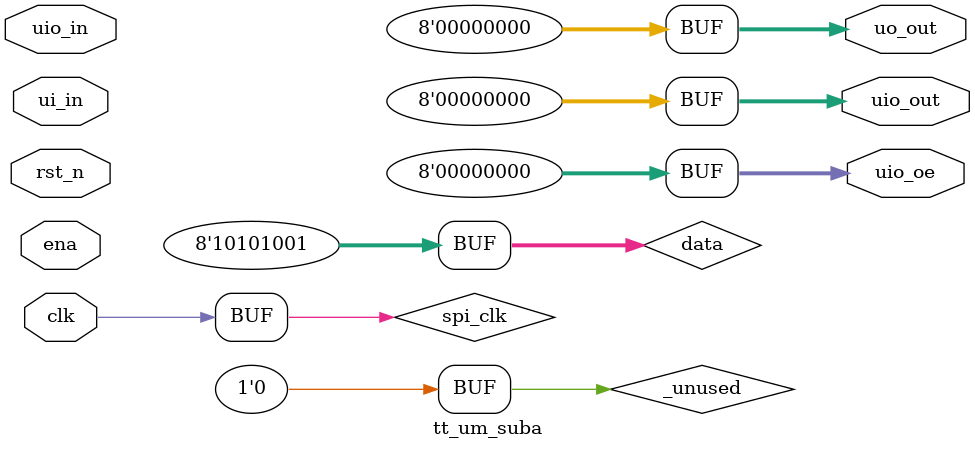
<source format=v>
/*
 * Copyright (c) 2024 Your Name
 * SPDX-License-Identifier: Apache-2.0
 */

`default_nettype none

module tt_um_suba (
    input  wire [7:0] ui_in,    // Dedicated inputs
    output wire [7:0] uo_out,   // Dedicated outputs
    input  wire [7:0] uio_in,   // IOs: Input path
    output wire [7:0] uio_out,  // IOs: Output path
    output wire [7:0] uio_oe,   // IOs: Enable path (active high: 0=input, 1=output)
    input  wire       ena,      // always 1 when the design is powered
    input  wire       clk,      // clock
    input  wire       rst_n     // reset_n - low to reset
);
    reg [7:0] data = 8'b10101001;          // Data to send via MISO
    reg [7:0] received_data;              // Data received from MOSI
    reg [2:0] state_mosi;                 // State for MOSI FSM
    reg [2:0] state_miso;                 // State for MISO FSM
    reg [7:0] read_data;                    // Data to send via MISO

    // State definitions
    localparam MOSI_IDLE_STATE  = 0;
    localparam MOSI_START_STATE = 1;
    localparam READ_STATE       = 2;
    localparam MOSI_STOP_STATE  = 3;
    localparam MISO_IDLE_STATE  = 4;
    localparam MISO_START_STATE = 5;
    localparam WRITE_STATE      = 6;
    localparam MISO_STOP_STATE  = 7;

    reg [3:0] mosi_counter;
    reg [3:0] miso_counter;
    wire spi_clk;
    reg miso_out;
    
    assign spi_clk = clk;
    assign uo_out  = 0;
    assign uio_out = 0;
    assign uio_oe  = 0;
    
    initial begin
        state_mosi = MOSI_IDLE_STATE;
        state_miso = MISO_IDLE_STATE;
        miso_out = 1;
    end

    // MOSI state machine (data reception from master)
    always @(negedge spi_clk) begin
        if (!rst_n) begin
            received_data = 0;
            state_mosi = MOSI_IDLE_STATE;
            mosi_counter = 7;
        end else begin
            case(state_mosi)
                MOSI_IDLE_STATE: begin
                    if (ui_in[0] == 0) state_mosi = MOSI_START_STATE;
                end
                MOSI_START_STATE: begin
                    if (ui_in[1] == 0) begin // Start bit detected
                        state_mosi = READ_STATE;
                        mosi_counter = 7;
                    end
                end
                READ_STATE: begin
                    received_data[mosi_counter] = ui_in[2]; // Store bit from MOSI
                    if (mosi_counter == 0) state_mosi = MOSI_STOP_STATE;
                    mosi_counter = mosi_counter - 1;
                end
                MOSI_STOP_STATE: state_mosi = MOSI_IDLE_STATE;
            endcase
        end
    end

    // MISO state machine (data transmission to master)
    always @(posedge spi_clk) begin
        if (!rst_n) begin
            read_data = 0;
            state_miso = MISO_IDLE_STATE;
            miso_counter = 7;
        end else begin
            case(state_miso)
                MISO_IDLE_STATE: begin
                    if (ui_in[0] == 0) state_miso = MISO_START_STATE;
                end
                MISO_START_STATE: begin
                    miso_out = 0; // Start bit
                    state_miso = WRITE_STATE;
                    read_data = received_data;
                    miso_counter = 7;
                end
                WRITE_STATE: begin
                    miso_out = read_data[miso_counter]; // Send bit to MISO
                    if (miso_counter == 0) state_miso = MISO_STOP_STATE;
                    miso_counter = miso_counter - 1;
                end
                MISO_STOP_STATE: begin
                    miso_out = 1; // Stop bit
                    state_miso = MISO_IDLE_STATE;
                end
            endcase
        end
    end

    // Unused input assignments to avoid warnings
    wire _unused = &{ena, 1'b0};

endmodule

</source>
